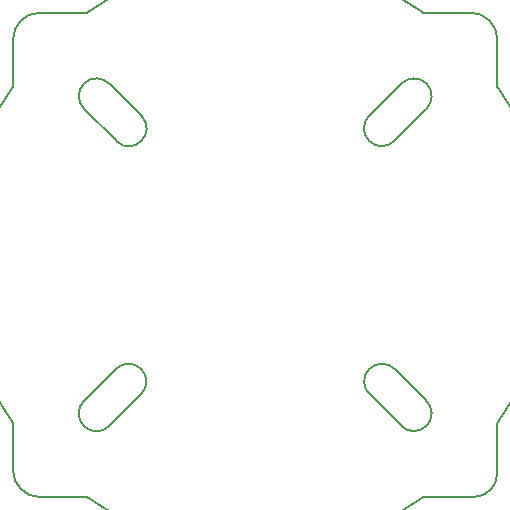
<source format=gbr>
%TF.GenerationSoftware,KiCad,Pcbnew,7.0.9*%
%TF.CreationDate,2024-02-12T03:50:36+01:00*%
%TF.ProjectId,MTR_Tiny_MD,4d54525f-5469-46e7-995f-4d442e6b6963,rev?*%
%TF.SameCoordinates,Original*%
%TF.FileFunction,Profile,NP*%
%FSLAX46Y46*%
G04 Gerber Fmt 4.6, Leading zero omitted, Abs format (unit mm)*
G04 Created by KiCad (PCBNEW 7.0.9) date 2024-02-12 03:50:36*
%MOMM*%
%LPD*%
G01*
G04 APERTURE LIST*
%TA.AperFunction,Profile*%
%ADD10C,0.150000*%
%TD*%
G04 APERTURE END LIST*
D10*
X125500000Y-114250000D02*
G75*
G03*
X125500000Y-85750000I-20500000J14250000D01*
G01*
X119249999Y-79500001D02*
G75*
G03*
X90750001Y-79500001I-14249999J-20749996D01*
G01*
X84500000Y-85750000D02*
G75*
G03*
X84500000Y-114250000I20500000J-14250000D01*
G01*
X123500000Y-120500000D02*
X119250000Y-120500000D01*
X125500000Y-81750000D02*
X125500000Y-85750000D01*
X93264233Y-90394672D02*
G75*
G03*
X95400000Y-88270000I1025767J1104672D01*
G01*
X119465750Y-87655461D02*
X116789999Y-90339999D01*
X84500000Y-118250000D02*
X84500000Y-114250000D01*
X123500000Y-120500000D02*
G75*
G03*
X125500000Y-118500000I0J2000000D01*
G01*
X116814657Y-109674430D02*
G75*
G03*
X114690000Y-111810000I-1084657J-1045570D01*
G01*
X119450000Y-112320000D02*
X116814657Y-109674430D01*
X90750000Y-120500000D02*
G75*
G03*
X119250000Y-120500000I14250000J20500001D01*
G01*
X114690000Y-111810000D02*
X117325986Y-114435570D01*
X114660001Y-88210001D02*
G75*
G03*
X116789999Y-90339999I1049999J-1079999D01*
G01*
X86750000Y-79500000D02*
X90750000Y-79500000D01*
X90540000Y-87660000D02*
X93264233Y-90394672D01*
X125500000Y-81750000D02*
G75*
G03*
X123250000Y-79500000I-2250000J0D01*
G01*
X117325986Y-114435570D02*
G75*
G03*
X119450000Y-112320000I1114014J1005570D01*
G01*
X92679999Y-114450000D02*
X95319772Y-111819759D01*
X119465750Y-87655461D02*
G75*
G03*
X117330000Y-85550000I-1025750J1095461D01*
G01*
X123250000Y-79500000D02*
X119250000Y-79500000D01*
X114660001Y-88210001D02*
X117330000Y-85550000D01*
X86750000Y-79500000D02*
G75*
G03*
X84500000Y-81750000I0J-2250000D01*
G01*
X92674638Y-85534976D02*
X95400000Y-88270000D01*
X84500000Y-118250000D02*
G75*
G03*
X86750000Y-120500000I2250000J0D01*
G01*
X92674638Y-85534976D02*
G75*
G03*
X90540000Y-87660000I-1104638J-1025024D01*
G01*
X90560000Y-112305014D02*
X93190001Y-109670001D01*
X90560048Y-112305068D02*
G75*
G03*
X92679999Y-114450000I1003552J-1128232D01*
G01*
X86750000Y-120500000D02*
X90750000Y-120500000D01*
X84500000Y-81750000D02*
X84500000Y-85750000D01*
X125500000Y-118500000D02*
X125500000Y-114250000D01*
X95319772Y-111819759D02*
G75*
G03*
X93190001Y-109670001I-1039772J1099759D01*
G01*
M02*

</source>
